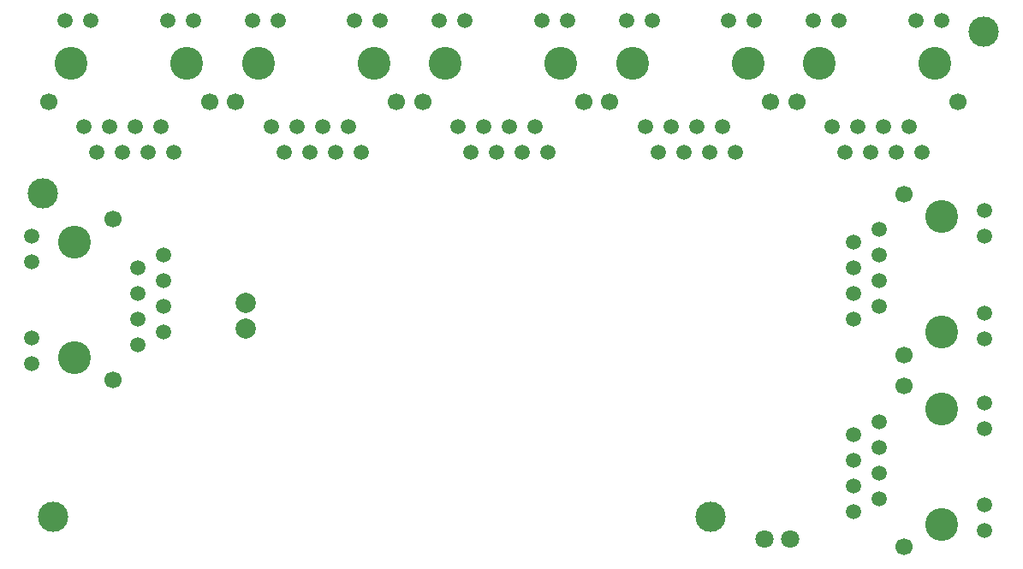
<source format=gbs>
G04 #@! TF.FileFunction,Soldermask,Bot*
%FSLAX46Y46*%
G04 Gerber Fmt 4.6, Leading zero omitted, Abs format (unit mm)*
G04 Created by KiCad (PCBNEW 4.0.6-e0-6349~53~ubuntu16.04.1) date Wed Aug 23 21:58:44 2017*
%MOMM*%
%LPD*%
G01*
G04 APERTURE LIST*
%ADD10C,0.150000*%
%ADD11C,3.000000*%
%ADD12C,2.000000*%
%ADD13C,1.800000*%
%ADD14C,1.500000*%
%ADD15C,3.250000*%
%ADD16C,1.700000*%
G04 APERTURE END LIST*
D10*
D11*
X91000000Y-107000000D03*
X90000000Y-75000000D03*
X156000000Y-107000000D03*
X183000000Y-59000000D03*
D12*
X110000000Y-88350000D03*
X110000000Y-85850000D03*
D13*
X161340160Y-109200000D03*
X163880160Y-109200000D03*
D14*
X183110000Y-108325000D03*
X183110000Y-105785000D03*
X183110000Y-98215000D03*
X183110000Y-95675000D03*
X172650000Y-97560000D03*
X172650000Y-102630000D03*
X172650000Y-100100000D03*
X172650000Y-105170000D03*
X170110000Y-98820000D03*
X170110000Y-103900000D03*
X170110000Y-101360000D03*
D15*
X178867920Y-96285000D03*
X178867920Y-107715000D03*
D16*
X175100000Y-109950000D03*
X175100000Y-94050000D03*
D14*
X170110000Y-106440000D03*
X183110000Y-89325000D03*
X183110000Y-86785000D03*
X183110000Y-79215000D03*
X183110000Y-76675000D03*
X172650000Y-78560000D03*
X172650000Y-83630000D03*
X172650000Y-81100000D03*
X172650000Y-86170000D03*
X170110000Y-79820000D03*
X170110000Y-84900000D03*
X170110000Y-82360000D03*
D15*
X178867920Y-77285000D03*
X178867920Y-88715000D03*
D16*
X175100000Y-90950000D03*
X175100000Y-75050000D03*
D14*
X170110000Y-87440000D03*
X178825000Y-57890000D03*
X176285000Y-57890000D03*
X168715000Y-57890000D03*
X166175000Y-57890000D03*
X168060000Y-68350000D03*
X173130000Y-68350000D03*
X170600000Y-68350000D03*
X175670000Y-68350000D03*
X169320000Y-70890000D03*
X174400000Y-70890000D03*
X171860000Y-70890000D03*
D15*
X166785000Y-62132080D03*
X178215000Y-62132080D03*
D16*
X180450000Y-65900000D03*
X164550000Y-65900000D03*
D14*
X176940000Y-70890000D03*
X160325000Y-57890000D03*
X157785000Y-57890000D03*
X150215000Y-57890000D03*
X147675000Y-57890000D03*
X149560000Y-68350000D03*
X154630000Y-68350000D03*
X152100000Y-68350000D03*
X157170000Y-68350000D03*
X150820000Y-70890000D03*
X155900000Y-70890000D03*
X153360000Y-70890000D03*
D15*
X148285000Y-62132080D03*
X159715000Y-62132080D03*
D16*
X161950000Y-65900000D03*
X146050000Y-65900000D03*
D14*
X158440000Y-70890000D03*
X141825000Y-57890000D03*
X139285000Y-57890000D03*
X131715000Y-57890000D03*
X129175000Y-57890000D03*
X131060000Y-68350000D03*
X136130000Y-68350000D03*
X133600000Y-68350000D03*
X138670000Y-68350000D03*
X132320000Y-70890000D03*
X137400000Y-70890000D03*
X134860000Y-70890000D03*
D15*
X129785000Y-62132080D03*
X141215000Y-62132080D03*
D16*
X143450000Y-65900000D03*
X127550000Y-65900000D03*
D14*
X139940000Y-70890000D03*
X123325000Y-57890000D03*
X120785000Y-57890000D03*
X113215000Y-57890000D03*
X110675000Y-57890000D03*
X112560000Y-68350000D03*
X117630000Y-68350000D03*
X115100000Y-68350000D03*
X120170000Y-68350000D03*
X113820000Y-70890000D03*
X118900000Y-70890000D03*
X116360000Y-70890000D03*
D15*
X111285000Y-62132080D03*
X122715000Y-62132080D03*
D16*
X124950000Y-65900000D03*
X109050000Y-65900000D03*
D14*
X121440000Y-70890000D03*
X104825000Y-57890000D03*
X102285000Y-57890000D03*
X94715000Y-57890000D03*
X92175000Y-57890000D03*
X94060000Y-68350000D03*
X99130000Y-68350000D03*
X96600000Y-68350000D03*
X101670000Y-68350000D03*
X95320000Y-70890000D03*
X100400000Y-70890000D03*
X97860000Y-70890000D03*
D15*
X92785000Y-62132080D03*
X104215000Y-62132080D03*
D16*
X106450000Y-65900000D03*
X90550000Y-65900000D03*
D14*
X102940000Y-70890000D03*
X88890000Y-79175000D03*
X88890000Y-81715000D03*
X88890000Y-89285000D03*
X88890000Y-91825000D03*
X99350000Y-89940000D03*
X99350000Y-84870000D03*
X99350000Y-87400000D03*
X99350000Y-82330000D03*
X101890000Y-88680000D03*
X101890000Y-83600000D03*
X101890000Y-86140000D03*
D15*
X93132080Y-91215000D03*
X93132080Y-79785000D03*
D16*
X96900000Y-77550000D03*
X96900000Y-93450000D03*
D14*
X101890000Y-81060000D03*
M02*

</source>
